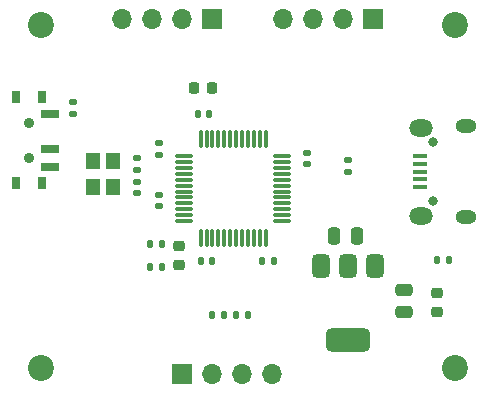
<source format=gbr>
%TF.GenerationSoftware,KiCad,Pcbnew,8.0.5*%
%TF.CreationDate,2024-09-22T14:53:49-07:00*%
%TF.ProjectId,Udemy_STM32_KiCAD_Course,5564656d-795f-4535-944d-33325f4b6943,rev?*%
%TF.SameCoordinates,Original*%
%TF.FileFunction,Soldermask,Top*%
%TF.FilePolarity,Negative*%
%FSLAX46Y46*%
G04 Gerber Fmt 4.6, Leading zero omitted, Abs format (unit mm)*
G04 Created by KiCad (PCBNEW 8.0.5) date 2024-09-22 14:53:49*
%MOMM*%
%LPD*%
G01*
G04 APERTURE LIST*
G04 Aperture macros list*
%AMRoundRect*
0 Rectangle with rounded corners*
0 $1 Rounding radius*
0 $2 $3 $4 $5 $6 $7 $8 $9 X,Y pos of 4 corners*
0 Add a 4 corners polygon primitive as box body*
4,1,4,$2,$3,$4,$5,$6,$7,$8,$9,$2,$3,0*
0 Add four circle primitives for the rounded corners*
1,1,$1+$1,$2,$3*
1,1,$1+$1,$4,$5*
1,1,$1+$1,$6,$7*
1,1,$1+$1,$8,$9*
0 Add four rect primitives between the rounded corners*
20,1,$1+$1,$2,$3,$4,$5,0*
20,1,$1+$1,$4,$5,$6,$7,0*
20,1,$1+$1,$6,$7,$8,$9,0*
20,1,$1+$1,$8,$9,$2,$3,0*%
G04 Aperture macros list end*
%ADD10R,0.800000X1.000000*%
%ADD11C,0.900000*%
%ADD12R,1.500000X0.700000*%
%ADD13C,2.200000*%
%ADD14R,1.200000X1.400000*%
%ADD15RoundRect,0.375000X-0.375000X0.625000X-0.375000X-0.625000X0.375000X-0.625000X0.375000X0.625000X0*%
%ADD16RoundRect,0.500000X-1.400000X0.500000X-1.400000X-0.500000X1.400000X-0.500000X1.400000X0.500000X0*%
%ADD17RoundRect,0.075000X-0.662500X-0.075000X0.662500X-0.075000X0.662500X0.075000X-0.662500X0.075000X0*%
%ADD18RoundRect,0.075000X-0.075000X-0.662500X0.075000X-0.662500X0.075000X0.662500X-0.075000X0.662500X0*%
%ADD19RoundRect,0.135000X-0.135000X-0.185000X0.135000X-0.185000X0.135000X0.185000X-0.135000X0.185000X0*%
%ADD20RoundRect,0.135000X0.135000X0.185000X-0.135000X0.185000X-0.135000X-0.185000X0.135000X-0.185000X0*%
%ADD21RoundRect,0.135000X0.185000X-0.135000X0.185000X0.135000X-0.185000X0.135000X-0.185000X-0.135000X0*%
%ADD22R,1.700000X1.700000*%
%ADD23O,1.700000X1.700000*%
%ADD24O,1.800000X1.150000*%
%ADD25O,2.000000X1.450000*%
%ADD26R,1.300000X0.450000*%
%ADD27O,0.800000X0.800000*%
%ADD28RoundRect,0.218750X0.256250X-0.218750X0.256250X0.218750X-0.256250X0.218750X-0.256250X-0.218750X0*%
%ADD29RoundRect,0.218750X-0.256250X0.218750X-0.256250X-0.218750X0.256250X-0.218750X0.256250X0.218750X0*%
%ADD30RoundRect,0.140000X0.170000X-0.140000X0.170000X0.140000X-0.170000X0.140000X-0.170000X-0.140000X0*%
%ADD31RoundRect,0.140000X-0.140000X-0.170000X0.140000X-0.170000X0.140000X0.170000X-0.140000X0.170000X0*%
%ADD32RoundRect,0.140000X0.140000X0.170000X-0.140000X0.170000X-0.140000X-0.170000X0.140000X-0.170000X0*%
%ADD33RoundRect,0.140000X-0.170000X0.140000X-0.170000X-0.140000X0.170000X-0.140000X0.170000X0.140000X0*%
%ADD34RoundRect,0.225000X-0.225000X-0.250000X0.225000X-0.250000X0.225000X0.250000X-0.225000X0.250000X0*%
%ADD35RoundRect,0.250000X0.475000X-0.250000X0.475000X0.250000X-0.475000X0.250000X-0.475000X-0.250000X0*%
%ADD36RoundRect,0.250000X-0.250000X-0.475000X0.250000X-0.475000X0.250000X0.475000X-0.250000X0.475000X0*%
G04 APERTURE END LIST*
D10*
%TO.C,SW1*%
X109610000Y-99600000D03*
X107400000Y-99600000D03*
D11*
X108500000Y-101750000D03*
X108500000Y-104750000D03*
D10*
X109610000Y-106900000D03*
X107400000Y-106900000D03*
D12*
X110260000Y-101000000D03*
X110260000Y-104000000D03*
X110260000Y-105500000D03*
%TD*%
D13*
%TO.C,H4*%
X109500000Y-93500000D03*
%TD*%
%TO.C,H3*%
X144500000Y-93500000D03*
%TD*%
%TO.C,H2*%
X144500000Y-122500000D03*
%TD*%
%TO.C,H1*%
X109500000Y-122500000D03*
%TD*%
D14*
%TO.C,Y1*%
X115600000Y-105000000D03*
X115600000Y-107200000D03*
X113900000Y-107200000D03*
X113900000Y-105000000D03*
%TD*%
D15*
%TO.C,U2*%
X137800000Y-113850000D03*
X135500000Y-113850000D03*
D16*
X135500000Y-120150000D03*
D15*
X133200000Y-113850000D03*
%TD*%
D17*
%TO.C,U1*%
X121587500Y-104587500D03*
X121587500Y-105087500D03*
X121587500Y-105587500D03*
X121587500Y-106087500D03*
X121587500Y-106587500D03*
X121587500Y-107087500D03*
X121587500Y-107587500D03*
X121587500Y-108087500D03*
X121587500Y-108587500D03*
X121587500Y-109087500D03*
X121587500Y-109587500D03*
X121587500Y-110087500D03*
D18*
X123000000Y-111500000D03*
X123500000Y-111500000D03*
X124000000Y-111500000D03*
X124500000Y-111500000D03*
X125000000Y-111500000D03*
X125500000Y-111500000D03*
X126000000Y-111500000D03*
X126500000Y-111500000D03*
X127000000Y-111500000D03*
X127500000Y-111500000D03*
X128000000Y-111500000D03*
X128500000Y-111500000D03*
D17*
X129912500Y-110087500D03*
X129912500Y-109587500D03*
X129912500Y-109087500D03*
X129912500Y-108587500D03*
X129912500Y-108087500D03*
X129912500Y-107587500D03*
X129912500Y-107087500D03*
X129912500Y-106587500D03*
X129912500Y-106087500D03*
X129912500Y-105587500D03*
X129912500Y-105087500D03*
X129912500Y-104587500D03*
D18*
X128500000Y-103175000D03*
X128000000Y-103175000D03*
X127500000Y-103175000D03*
X127000000Y-103175000D03*
X126500000Y-103175000D03*
X126000000Y-103175000D03*
X125500000Y-103175000D03*
X125000000Y-103175000D03*
X124500000Y-103175000D03*
X124000000Y-103175000D03*
X123500000Y-103175000D03*
X123000000Y-103175000D03*
%TD*%
D19*
%TO.C,R5*%
X126000000Y-118000000D03*
X127020000Y-118000000D03*
%TD*%
D20*
%TO.C,R4*%
X125000000Y-118000000D03*
X123980000Y-118000000D03*
%TD*%
D21*
%TO.C,R3*%
X135500000Y-105910000D03*
X135500000Y-104890000D03*
%TD*%
%TO.C,R2*%
X112200000Y-101020000D03*
X112200000Y-100000000D03*
%TD*%
D19*
%TO.C,R1*%
X144020000Y-113400000D03*
X143000000Y-113400000D03*
%TD*%
D22*
%TO.C,J4*%
X121400000Y-123000000D03*
D23*
X123940000Y-123000000D03*
X126480000Y-123000000D03*
X129020000Y-123000000D03*
%TD*%
%TO.C,J3*%
X130000000Y-93000000D03*
X132540000Y-93000000D03*
X135080000Y-93000000D03*
D22*
X137620000Y-93000000D03*
%TD*%
D23*
%TO.C,J2*%
X116380000Y-93000000D03*
X118920000Y-93000000D03*
X121460000Y-93000000D03*
D22*
X124000000Y-93000000D03*
%TD*%
D24*
%TO.C,J1*%
X145450000Y-102025000D03*
D25*
X141650000Y-102175000D03*
X141650000Y-109625000D03*
D24*
X145450000Y-109775000D03*
D26*
X141600000Y-104600000D03*
X141600000Y-105250000D03*
X141600000Y-105900000D03*
X141600000Y-106550000D03*
X141600000Y-107200000D03*
D27*
X142700000Y-103400000D03*
X142700000Y-108400000D03*
%TD*%
D28*
%TO.C,FB1*%
X121200000Y-112212500D03*
X121200000Y-113787500D03*
%TD*%
D29*
%TO.C,D1*%
X143000000Y-116212500D03*
X143000000Y-117787500D03*
%TD*%
D30*
%TO.C,C13*%
X117600000Y-107750000D03*
X117600000Y-106790000D03*
%TD*%
%TO.C,C12*%
X117600000Y-105730000D03*
X117600000Y-104770000D03*
%TD*%
D31*
%TO.C,C11*%
X123020000Y-113500000D03*
X123980000Y-113500000D03*
%TD*%
D32*
%TO.C,C10*%
X119700000Y-114000000D03*
X118740000Y-114000000D03*
%TD*%
%TO.C,C9*%
X118740000Y-112000000D03*
X119700000Y-112000000D03*
%TD*%
D30*
%TO.C,C8*%
X119500000Y-108800000D03*
X119500000Y-107840000D03*
%TD*%
D31*
%TO.C,C7*%
X122770000Y-101000000D03*
X123730000Y-101000000D03*
%TD*%
D32*
%TO.C,C6*%
X129200000Y-113500000D03*
X128240000Y-113500000D03*
%TD*%
D33*
%TO.C,C5*%
X132000000Y-104320000D03*
X132000000Y-105280000D03*
%TD*%
D30*
%TO.C,C4*%
X119500000Y-104460000D03*
X119500000Y-103500000D03*
%TD*%
D34*
%TO.C,C3*%
X122450000Y-98800000D03*
X124000000Y-98800000D03*
%TD*%
D35*
%TO.C,C2*%
X140200000Y-117800000D03*
X140200000Y-115900000D03*
%TD*%
D36*
%TO.C,C1*%
X134300000Y-111350000D03*
X136200000Y-111350000D03*
%TD*%
M02*

</source>
